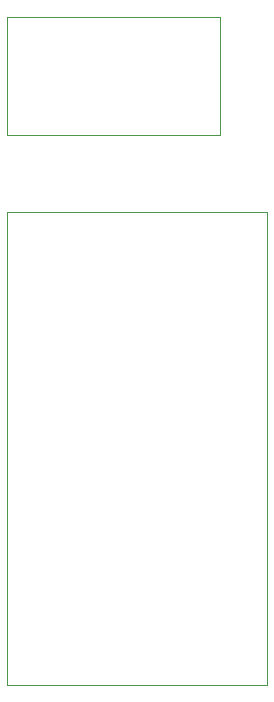
<source format=gbr>
%TF.GenerationSoftware,KiCad,Pcbnew,8.0.3*%
%TF.CreationDate,2025-02-27T15:05:35+03:00*%
%TF.ProjectId,scheme,73636865-6d65-42e6-9b69-6361645f7063,rev?*%
%TF.SameCoordinates,Original*%
%TF.FileFunction,OtherDrawing,Comment*%
%FSLAX46Y46*%
G04 Gerber Fmt 4.6, Leading zero omitted, Abs format (unit mm)*
G04 Created by KiCad (PCBNEW 8.0.3) date 2025-02-27 15:05:35*
%MOMM*%
%LPD*%
G01*
G04 APERTURE LIST*
%ADD10C,0.100000*%
G04 APERTURE END LIST*
D10*
X80000000Y-62000000D02*
X98000000Y-62000000D01*
X98000000Y-72000000D01*
X80000000Y-72000000D01*
X80000000Y-62000000D01*
X80000000Y-78500000D02*
X102000000Y-78500000D01*
X102000000Y-118500000D01*
X80000000Y-118500000D01*
X80000000Y-78500000D01*
M02*

</source>
